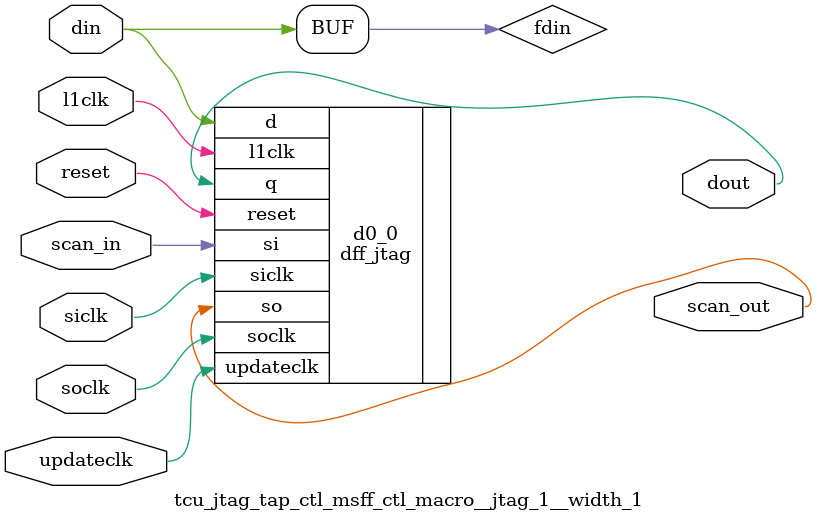
<source format=v>
`define TAP_RESET       4'hF 
`define TAP_CAP_IR      4'hE
`define TAP_UPDATE_IR   4'hD
`define TAP_RTI         4'hC
`define TAP_PAUSE_IR    4'hB
`define TAP_SHIFT_IR    4'hA
`define TAP_EXIT1_IR    4'h9
`define TAP_EXIT2_IR    4'h8
`define TAP_SEL_DR      4'h7
`define TAP_CAP_DR      4'h6
`define TAP_UPDATE_DR   4'h5
`define TAP_SEL_IR      4'h4
`define TAP_PAUSE_DR    4'h3
`define TAP_SHIFT_DR    4'h2
`define TAP_EXIT1_DR    4'h1
`define TAP_EXIT2_DR    4'h0

`define PART_ID        16'h2aaa
`define MANUF_ID       11'h3e

//*****************************
// JTAG Instruction Opcodes
//*****************************

`define TAP_EXTEST            8'h00
`define TAP_BYPASS            8'hff
`define TAP_IDCODE            8'h01
`define TAP_SAMPLE_PRELOAD    8'h02
`define TAP_HIGHZ             8'h03
`define TAP_CLAMP             8'h04
`define TAP_EXTEST_PULSE      8'h05
`define TAP_EXTEST_TRAIN      8'h06

`define TAP_CREG_ADDR         8'h08
`define TAP_CREG_WDATA        8'h09
`define TAP_CREG_RDATA        8'h0a
`define TAP_CREG_SCRATCH      8'h0b
`define TAP_NCU_WR            8'h0c
`define TAP_NCU_RD            8'h0d
`define TAP_NCU_WADDR         8'h0e
`define TAP_NCU_WDATA         8'h0f
`define TAP_NCU_RADDR         8'h10

`define TAP_SERSCAN           8'h80
`define TAP_CHAINSEL          8'h81
`define TAP_MT_ACCESS         8'h82
`define TAP_MT_CLEAR          8'h83
`define TAP_MT_SCAN           8'h84

`define TAP_TP_ACCESS         8'h88
`define TAP_TP_CLEAR          8'h89

`define TAP_FUSE_READ         8'h28
`define TAP_FUSE_BYPASS_DATA  8'h29
`define TAP_FUSE_BYPASS       8'h2a
`define TAP_FUSE_ROW_ADDR     8'h2b
`define TAP_FUSE_COL_ADDR     8'h2c
`define TAP_FUSE_READ_MODE    8'h2d
`define TAP_FUSE_DEST_SAMPLE  8'h2e
`define TAP_FUSE_RVCLR        8'h2f

`define TAP_MBIST_CLKSTPEN    8'h13
`define TAP_MBIST_BYPASS      8'h14
`define TAP_MBIST_MODE        8'h15
`define TAP_MBIST_START       8'h16
`define TAP_MBIST_RESULT      8'h18
`define TAP_MBIST_DIAG        8'h19
`define TAP_MBIST_GETDONE     8'h1a
`define TAP_MBIST_GETFAIL     8'h1b
`define TAP_DMO_ACCESS        8'h1c
`define TAP_DMO_CLEAR         8'h1d
`define TAP_DMO_CONFIG        8'h1e
`define TAP_MBIST_ABORT       8'h1f

`define TAP_SPC_SHSCAN        5'b00110
`define TAP_SPCTHR0_SHSCAN    8'h30
`define TAP_SPCTHR1_SHSCAN    8'h31
`define TAP_SPCTHR2_SHSCAN    8'h32
`define TAP_SPCTHR3_SHSCAN    8'h33
`define TAP_SPCTHR4_SHSCAN    8'h34
`define TAP_SPCTHR5_SHSCAN    8'h35
`define TAP_SPCTHR6_SHSCAN    8'h36
`define TAP_SPCTHR7_SHSCAN    8'h37
`define TAP_L2T_SHSCAN        8'h38

`define TAP_CLOCK_SSTOP       8'h40
`define TAP_CLOCK_HSTOP       8'h41
`define TAP_CLOCK_START       8'h42
`define TAP_CLOCK_DOMAIN      8'h43
`define TAP_CLOCK_STATUS      8'h44
`define TAP_CLKSTP_DELAY      8'h45
`define TAP_CORE_SELECT       8'h46

`define TAP_DE_COUNT          8'h48
`define TAP_CYCLE_COUNT       8'h49
`define TAP_TCU_DCR           8'h4A
`define TAP_CORE_RUN_STATUS   8'h4C
`define TAP_DOSS_ENABLE       8'h4D
`define TAP_DOSS_MODE         8'h4E
`define TAP_SS_REQUEST        8'h4F

`define TAP_DOSS_STATUS       8'h50
`define TAP_CS_MODE           8'h51
`define TAP_CS_STATUS         8'h52

`define TAP_L2_ADDR           8'h58
`define TAP_L2_WRDATA         8'h59
`define TAP_L2_WR             8'h5A
`define TAP_L2_RD             8'h5B

`define TAP_LBIST_START       8'h60
`define TAP_LBIST_BYPASS      8'h61
`define TAP_LBIST_MODE        8'h62
`define TAP_LBIST_ACCESS      8'h63
`define TAP_LBIST_GETDONE     8'h64
`define TAP_LBIST_ABORT       8'h65

`define TAP_STCI_ACCESS       8'h90
`define TAP_STCI_CLEAR        8'h91

`define TAP_JTPOR_ACCESS      8'hA0
`define TAP_JTPOR_CLEAR       8'hA1
`define TAP_JTPOR_STATUS      8'hA2
`define TAP_SCKBYP_ACCESS     8'hA3
`define TAP_SCKBYP_CLEAR      8'hA4




module tcu_jtag_tap_ctl (
  io_tdi, 
  io_tms, 
  io_tck, 
  io_trst_l, 
  jtag_dr_tdo, 
  ext_dr_tdo, 
  bypass_sel, 
  ext_jtag_instr, 
  tap_tdo, 
  tap_tdo_en, 
  tap_state, 
  instr, 
  next_instr, 
  capture_dr_state, 
  shift_dr_state, 
  update_dr_state, 
  update_ireg, 
  tlr_state, 
  tap_scan_in, 
  siclk, 
  soclk, 
  tcu_jtag_se, 
  tap_scan_out);
wire tck_l;
wire l1en;
wire pce_ov;
wire stop;
wire se;
wire l1tck;
wire tap_state_reg_scanin;
wire tap_state_reg_scanout;
wire [3:0] tap_next_state_l;
wire [3:0] tap_state_l;
wire [3:0] tap_next_state;
wire capture_ir_state;
wire shift_ir_state;
wire update_ir_state;
wire shift_exit1_dr_state;
wire [7:0] tap_instr_reg_scanin;
wire [7:0] tap_instr_reg_scanout;
wire [0:0] next_instr_l;
wire [0:0] instr_l;
wire [7:0] instr_q;
wire tap_instr_reg_scanout_l;
wire ireg_tdo;
wire bypass_reg_scanin;
wire bypass_reg_scanout;
wire next_tdi_bypass;
wire bypass_tdo;
wire next_tdo;
wire bypass_ll_reg_scanin;
wire bypass_ll_reg_scanout_unused;
wire int_dr_tdo;
wire tdo_enable_reg_scanin;
wire tdo_enable_reg_scanout_unused;
wire next_tdo_en;
wire tdo_en;
wire tlr_state_reg_scanin;
wire tlr_state_reg_scanout;
wire tap_next_tlr_l;
wire tlr_out_l;

   //inputs
   input       io_tdi;
   input       io_tms;
   input       io_tck;
   input       io_trst_l;
   input       jtag_dr_tdo; // scan-outs from jtag internal data regs
   input       ext_dr_tdo;  // scan-outs from data regs external to jtag
   input       bypass_sel;  // indicates an instr. will use the bypass reg.
   input       ext_jtag_instr;
   //outputs
   output      tap_tdo;
   output      tap_tdo_en;
   output [3:0] tap_state;   // output [15:0] jtag_sm_state;
   output [7:0] instr;
   output [7:0] next_instr;
   output 	capture_dr_state;
   output 	shift_dr_state;
   output 	update_dr_state;
   output 	update_ireg;
   output       tlr_state;

   //scan
   input 	tap_scan_in;
   input 	siclk; 
   input 	soclk;
   input 	tcu_jtag_se;
   output 	tap_scan_out;

   //assign 	 tck   =  io_tck; 
   assign 	 tck_l = ~io_tck;

      // Scan reassigns
   assign 	 l1en   = 1'b1; // this is "ce" or "pce"   
   assign        pce_ov = 1'b1;
   assign        stop   = 1'b0;
   assign 	 se     = tcu_jtag_se;
   
   tcu_jtag_tap_ctl_l1clkhdr_ctl_macro tap_clkgen 
     (
      .l2clk  (io_tck),
      .l1clk  (l1tck  ),
  .l1en(l1en),
  .pce_ov(pce_ov),
  .stop(stop),
  .se(se)
      );

   ////////////////////////////////////////////////////////////////////////
   // TAP State Machine
   ////////////////////////////////////////////////////////////////////////
   
   //register bank to store TAP state; these will change to reset flops when available
   tcu_jtag_tap_ctl_msff_ctl_macro__jtag_1__width_4 tap_state_reg  
   (
    .scan_in  (tap_state_reg_scanin),
    .scan_out (tap_state_reg_scanout),
    .l1clk    (l1tck),			       
    .updateclk (l1tck),
    .reset    (~io_trst_l),
    .din      (tap_next_state_l[3:0]), 
    .dout     (tap_state_l[3:0]),
  .siclk(siclk),
  .soclk(soclk)       
   );
   //inverting because of reset value, to allow flush of zeros
   assign      tap_next_state_l[3:0] = ~tap_next_state[3:0];
   assign      tap_state        = ~tap_state_l;
   

   //tap states (tap_state[3:0]) mapped to common industry usage
   // - see jtag.h include file   
   reg [3:0] 	 next_state;
   always @ (tap_state or io_tms) begin
      case (tap_state)
      	`TAP_RESET: begin
           if (io_tms) next_state[3:0] = `TAP_RESET;
           else        next_state[3:0] = `TAP_RTI;
      	end
      	`TAP_RTI: begin
           if (io_tms) next_state[3:0] = `TAP_SEL_DR;
           else        next_state[3:0] = `TAP_RTI;
      	end
      	`TAP_SEL_DR: begin
           if (io_tms) next_state[3:0] = `TAP_SEL_IR;
           else        next_state[3:0] = `TAP_CAP_DR;
      	end
      	`TAP_CAP_DR: begin
           if (io_tms) next_state[3:0] = `TAP_EXIT1_DR;
           else        next_state[3:0] = `TAP_SHIFT_DR;
      	end
      	`TAP_SHIFT_DR: begin
           if (io_tms) next_state[3:0] = `TAP_EXIT1_DR;
           else        next_state[3:0] = `TAP_SHIFT_DR;
      	end
      	`TAP_EXIT1_DR: begin
           if (io_tms) next_state[3:0] = `TAP_UPDATE_DR;
           else        next_state[3:0] = `TAP_PAUSE_DR;
      	end
      	`TAP_PAUSE_DR: begin
           if (io_tms) next_state[3:0] = `TAP_EXIT2_DR;
           else        next_state[3:0] = `TAP_PAUSE_DR;
      	end
      	`TAP_EXIT2_DR: begin
           if (io_tms) next_state[3:0] = `TAP_UPDATE_DR;
           else        next_state[3:0] = `TAP_SHIFT_DR;
      	end
      	`TAP_UPDATE_DR: begin
           if (io_tms) next_state[3:0] = `TAP_SEL_DR;
           else        next_state[3:0] = `TAP_RTI;
      	end
      	`TAP_SEL_IR: begin
           if (io_tms) next_state[3:0] = `TAP_RESET;
           else        next_state[3:0] = `TAP_CAP_IR;
      	end
      	`TAP_CAP_IR: begin
           if (io_tms) next_state[3:0] = `TAP_EXIT1_IR;
           else        next_state[3:0] = `TAP_SHIFT_IR;
      	end
      	`TAP_SHIFT_IR:  begin
           if (io_tms) next_state[3:0] = `TAP_EXIT1_IR;
           else        next_state[3:0] = `TAP_SHIFT_IR;
      	end
      	`TAP_EXIT1_IR:  begin
           if (io_tms) next_state[3:0] = `TAP_UPDATE_IR;
           else        next_state[3:0] = `TAP_PAUSE_IR;
      	end
      	`TAP_PAUSE_IR:  begin
           if (io_tms) next_state[3:0] = `TAP_EXIT2_IR;
           else        next_state[3:0] = `TAP_PAUSE_IR;
      	end
      	`TAP_EXIT2_IR:  begin
           if (io_tms) next_state[3:0] = `TAP_UPDATE_IR;
           else        next_state[3:0] = `TAP_SHIFT_IR;
      	end
      	`TAP_UPDATE_IR: begin
           if (io_tms) next_state[3:0] = `TAP_SEL_DR;
           else        next_state[3:0] = `TAP_RTI;
      	end
      	default: next_state[3:0] = 4'b1111;
      endcase
   end 

   // implement asynchronous reset 
   // --do this until we get reset flops in library
   assign 	 tap_next_state = io_trst_l ? next_state[3:0] : 4'hF;

   ////////////////////////////////////////////////////////////////////////
   // Signals to indicate specific tap states
   ////////////////////////////////////////////////////////////////////////
   assign 	 capture_dr_state     = (tap_state[3:0] == `TAP_CAP_DR);
   assign 	 shift_dr_state       = (tap_state[3:0] == `TAP_SHIFT_DR);
   //assign 	 pause_dr_state       = (tap_state[3:0] == `TAP_PAUSE_DR);
   assign 	 update_dr_state      = (tap_state[3:0] == `TAP_UPDATE_DR);
   assign 	 capture_ir_state     = (tap_state[3:0] == `TAP_CAP_IR);
   assign 	 shift_ir_state       = (tap_state[3:0] == `TAP_SHIFT_IR);
   assign 	 update_ir_state      = (tap_state[3:0] == `TAP_UPDATE_IR);
   assign 	 shift_exit1_dr_state = (tap_state[3:0] == `TAP_SHIFT_DR) | 
   				  (tap_state[3:0] == `TAP_EXIT1_DR);
   //assign 	 shift_exit2_dr_state = (tap_state[3:0] == `TAP_SHIFT_DR) | 
   //				  (tap_state[3:0] == `TAP_EXIT2_DR);
   //assign 	 cap_shift_dr_state   = (tap_state[3:0] == `TAP_CAP_DR) | 
   //					    (tap_state[3:0] == `TAP_SHIFT_DR);
   //assign 	 tlr_state            = 1'b1; //(tap_state[3:0] == `TAP_RESET); // TLR ECO
   
   //// ClockDR signal to boundary scan logic - this will change when bscan
   ////  clocking is finalized?
   //msff_ctl_macro clock_dr_reg (width=1) 
   //(
   // .scan_in  (clock_dr_reg_scanin),
   // .scan_out (clock_dr_reg_scanout),
   // .l1clk    (tck_l),			       
   // .din      (cap_shift_dr_state), 
   // .dout     (pre_clock_dr)       
   //);
   //
   //assign 	 clock_dr = pre_clock_dr & tck;
   
   ////////////////////////////////////////////////////////////////////////
   // Instruction Register
   ////////////////////////////////////////////////////////////////////////
/*
   // this is the instruction SHIFT register; separate lsb out of grouping
   //  when trst_l used?
   msff_ctl_macro tap_instr_shift_reg (width=8) 
   (
    .scan_in  (tap_instr_shift_reg_scanin),
    .scan_out (tap_instr_shift_reg_scanout),
    .l1clk    (l1tck),			       
    .din      ({next_new_instr[7:1],next_new_instr_l[0]}), 
    .dout     ({new_instr[7:1],     new_instr_l[0]})       
   );

   // Invert these so during capture_ir state, 1 is effectively put in lsb
   //  - this also allows flush of 0's to put IDCODE into shift IReg 
   assign 	 new_instr[0]        = ~new_instr_l[0];
   assign 	 next_new_instr_l[0] = ~next_new_instr[0];

   // this perfoms shift of IReg, and gets IDCODE during capIR 
   assign 	 next_new_instr[7:0] = shift_ir_state ? {io_tdi, new_instr[7:1]} 
		                       : capture_ir_state ? 8'b00000001 : new_instr[7:0];
   // this is TDO output of shift IReg
   assign 	 ireg_tdo = new_instr[0];

   // this is the instruction UPDATE register - gets tck_l
   // - it needs to load IDCODE instr. during TLR state, and asynchronously during trst_l
   msff_ctl_macro tap_instr_upd_reg (width=8) 
   (
    .scan_in  (tap_instr_upd_reg_scanin),
    .scan_out (tap_instr_upd_reg_scanout_unused),
    .l1clk    (tck_l),			       
    .din      ({next_instr[7:1],next_instr_l[0]}), 
    .dout     ({instr[7:1],instr_l[0]})       
   );
   
   // Invert these so during test-logic-reset state, 1 is effectively put in lsb
   //  - this also allows flush of 0's to put IDCODE into update IReg 
   assign 	 instr[0]        = ~instr_l[0];
   assign 	 next_instr_l[0] = ~next_instr[0];

   // this puts IDCODE in during TLR state, and new instr. during update_IR
   assign 	 next_instr[7:0] = update_ir_state ? new_instr[7:0] 
		                   : tlr_state ? 8'b00000001 : instr[7:0];
*/

   tcu_jtag_tap_ctl_msff_ctl_macro__fs_1__jtag_1__width_8 tap_instr_reg  
   (
    .scan_in  (tap_instr_reg_scanin[7:0]),
    .scan_out (tap_instr_reg_scanout[7:0]),
    .l1clk    (l1tck),
    .updateclk (update_ireg),
    .reset    (~io_trst_l),
    .din      ({next_instr[7:1],next_instr_l[0]}), 
    .dout     ({instr[7:1],instr_l[0]}),
  .siclk(siclk),
  .soclk(soclk)       
   );
   assign 	 instr[0]        = ~instr_l[0];
   assign 	 next_instr_l[0] = ~next_instr[0];

   assign        instr_q[7:0]  = {tap_instr_reg_scanout[7], tap_instr_reg_scanout[6],
                                  tap_instr_reg_scanout[5], tap_instr_reg_scanout[4],
                                  tap_instr_reg_scanout[3], tap_instr_reg_scanout[2],
                                  tap_instr_reg_scanout[1], tap_instr_reg_scanout_l};
   assign        tap_instr_reg_scanout_l = ~tap_instr_reg_scanout[0];

   assign 	 next_instr[7:0] = shift_ir_state   ? {io_tdi, instr_q[7:1]} 
		                 : capture_ir_state ? 8'b00000001 
		                 : tlr_state ? 8'b00000001 : instr_q[7:0];
   // TLR ECO
// assign        update_ireg     = ~l1tck & (update_ir_state | tlr_state) &  io_trst_l;
   assign        update_ireg     = ~l1tck & (tap_state[3] & tap_state[2] & tap_state[0]) &  io_trst_l;
   //assign        update_ireg     = ~l1tck & (update_ir_state | 1'b0     ) &  io_trst_l;

   // this is TDO output of IReg
 //assign 	 ireg_tdo = instr[0];
   assign 	 ireg_tdo =  tap_instr_reg_scanout_l;


   ////////////////////////////////////////////////////////////////////////
   // Bypass Register
   ////////////////////////////////////////////////////////////////////////

   // bypass register
   // - needs to load 0 at tck rising in capDR when bypass selected
   // - does not need trst_l
   tcu_jtag_tap_ctl_msff_ctl_macro__width_1 bypass_reg  
   (
    .scan_in  (bypass_reg_scanin),
    .scan_out (bypass_reg_scanout),
    .l1clk    (l1tck),			       
    .din      (next_tdi_bypass), 
    .dout     (bypass_tdo),
  .siclk(siclk),
  .soclk(soclk)       
   );
   // shift for bypass register
   assign 	 next_tdi_bypass = (bypass_sel & shift_dr_state) ? io_tdi 
		                   : (bypass_sel & capture_dr_state) ? 1'b0 : bypass_tdo;
   // muxing for ireg, bypass reg, or other jtag internal data registers through tdo path
   assign 	 next_tdo = shift_ir_state ? ireg_tdo 
	                    : bypass_sel ? bypass_tdo : jtag_dr_tdo;
   
   // lockup latch for bypass register
   // - does not need trst_l, but can use it
   // - this is not needed since we use non-overlapping a/b clocks
   tcu_jtag_tap_ctl_msff_ctl_macro__width_1 bypass_ll_reg 
   (
    .scan_in  (bypass_ll_reg_scanin),
    .scan_out (bypass_ll_reg_scanout_unused),
    .l1clk    (tck_l),			       
    .din      (next_tdo), 
    .dout     (int_dr_tdo),
  .siclk(siclk),
  .soclk(soclk)       
   );
   assign 	 tap_tdo = (ext_jtag_instr & shift_exit1_dr_state) ? ext_dr_tdo : int_dr_tdo;
   
   //assign 	 tap_tdo = next_tdo;
   
   // lockup latch for tdo enable signal to I/O frame
   // - does not need trst_l, but can use it
   tcu_jtag_tap_ctl_msff_ctl_macro__jtag_1__width_1 tdo_enable_reg 
   (
    .scan_in  (tdo_enable_reg_scanin),
    .scan_out (tdo_enable_reg_scanout_unused),
    .l1clk    (tck_l),			       
    .updateclk (tck_l),
    .reset    (~io_trst_l),
    .din      (next_tdo_en), 
    .dout     (tdo_en),
  .siclk(siclk),
  .soclk(soclk)       
   );
   // TLR ECO
   //assign 	 next_tdo_en = tlr_state ? 1'b0 : (shift_dr_state | shift_ir_state);
   assign        next_tdo_en = shift_dr_state | shift_ir_state;
   assign 	 tap_tdo_en = tdo_en & ~tlr_state;

   ////////////////////////////////////////////////////////////////////////
   // Extra State-Machine Flop for TEST_LOGIC_RESET State
   // TLR ECO
   ////////////////////////////////////////////////////////////////////////
   
   //This flop serves as a single-bit source for the tlr_state signal
   tcu_jtag_tap_ctl_msff_ctl_macro__jtag_1__width_1 tlr_state_reg  
   (
    .scan_in  (tlr_state_reg_scanin),
    .scan_out (tlr_state_reg_scanout),
    .l1clk    (l1tck),
    .updateclk (l1tck),
    .reset    (~io_trst_l),
    .din      (tap_next_tlr_l), 
    .dout     (tlr_out_l),
  .siclk(siclk),
  .soclk(soclk) 
   );
   //inverting because of reset value, to allow flush of zeros
   assign      tap_next_tlr_l =   tap_next_state_l[3] | tap_next_state_l[2]
                                | tap_next_state_l[1] | tap_next_state_l[0];
   assign      tlr_state      = ~tlr_out_l;
	       
   // fixscan start
   assign 	 tlr_state_reg_scanin          = tap_scan_in  ;
   assign 	 tap_state_reg_scanin        = tlr_state_reg_scanout  ;
   //assign 	 tap_state_reg_scanin        = tap_scan_in  ;
   assign 	 tap_instr_reg_scanin[7]     = tap_state_reg_scanout;
   assign 	 tap_instr_reg_scanin[6]     = tap_instr_reg_scanout[7];
   assign 	 tap_instr_reg_scanin[5]     = tap_instr_reg_scanout[6];
   assign 	 tap_instr_reg_scanin[4]     = tap_instr_reg_scanout[5];
   assign 	 tap_instr_reg_scanin[3]     = tap_instr_reg_scanout[4];
   assign 	 tap_instr_reg_scanin[2]     = tap_instr_reg_scanout[3];
   assign 	 tap_instr_reg_scanin[1]     = tap_instr_reg_scanout[2];
   assign 	 tap_instr_reg_scanin[0]     = tap_instr_reg_scanout[1];
   assign 	 bypass_reg_scanin           = tap_instr_reg_scanout[0];
   assign 	 bypass_ll_reg_scanin        = 1'b0; //bypass_reg_scanout;
   assign 	 tdo_enable_reg_scanin       = 1'b0; //bypass_ll_reg_scanout;
   assign 	 tap_scan_out                = bypass_reg_scanout; 
   // fixscan end
   
endmodule






// any PARAMS parms go into naming of macro

module tcu_jtag_tap_ctl_l1clkhdr_ctl_macro (
  l2clk, 
  l1en, 
  pce_ov, 
  stop, 
  se, 
  l1clk);


  input l2clk;
  input l1en;
  input pce_ov;
  input stop;
  input se;
  output l1clk;



 

cl_sc1_l1hdr_8x c_0 (


   .l2clk(l2clk),
   .pce(l1en),
   .l1clk(l1clk),
  .se(se),
  .pce_ov(pce_ov),
  .stop(stop)
);



endmodule













// any PARAMS parms go into naming of macro

module tcu_jtag_tap_ctl_msff_ctl_macro__jtag_1__width_4 (
  din, 
  reset, 
  updateclk, 
  l1clk, 
  scan_in, 
  siclk, 
  soclk, 
  dout, 
  scan_out);
wire [3:0] fdin;
wire [2:0] so;

  input [3:0] din;
  input reset;
  input updateclk;
  input l1clk;
  input scan_in;


  input siclk;
  input soclk;

  output [3:0] dout;
  output scan_out;
assign fdin[3:0] = din[3:0];






dff_jtag #(4)  d0_0 (
.l1clk(l1clk),
.siclk(siclk),
.soclk(soclk),
.d(fdin[3:0]),
.si({scan_in,so[2:0]}),
.so({so[2:0],scan_out}),
.q(dout[3:0]),
  .reset(reset),
  .updateclk(updateclk)
);












endmodule













// any PARAMS parms go into naming of macro

module tcu_jtag_tap_ctl_msff_ctl_macro__fs_1__jtag_1__width_8 (
  din, 
  reset, 
  updateclk, 
  l1clk, 
  scan_in, 
  siclk, 
  soclk, 
  dout, 
  scan_out);
wire [7:0] fdin;

  input [7:0] din;
  input reset;
  input updateclk;
  input l1clk;
  input [7:0] scan_in;


  input siclk;
  input soclk;

  output [7:0] dout;
  output [7:0] scan_out;
assign fdin[7:0] = din[7:0];






dff_jtag #(8)  d0_0 (
.l1clk(l1clk),
.siclk(siclk),
.soclk(soclk),
.d(fdin[7:0]),
.si(scan_in[7:0]),
.so(scan_out[7:0]),
.q(dout[7:0]),
  .reset(reset),
  .updateclk(updateclk)
);












endmodule













// any PARAMS parms go into naming of macro

module tcu_jtag_tap_ctl_msff_ctl_macro__width_1 (
  din, 
  l1clk, 
  scan_in, 
  siclk, 
  soclk, 
  dout, 
  scan_out);
wire [0:0] fdin;

  input [0:0] din;
  input l1clk;
  input scan_in;


  input siclk;
  input soclk;

  output [0:0] dout;
  output scan_out;
assign fdin[0:0] = din[0:0];






dff #(1)  d0_0 (
.l1clk(l1clk),
.siclk(siclk),
.soclk(soclk),
.d(fdin[0:0]),
.si(scan_in),
.so(scan_out),
.q(dout[0:0])
);












endmodule













// any PARAMS parms go into naming of macro

module tcu_jtag_tap_ctl_msff_ctl_macro__jtag_1__width_1 (
  din, 
  reset, 
  updateclk, 
  l1clk, 
  scan_in, 
  siclk, 
  soclk, 
  dout, 
  scan_out);
wire [0:0] fdin;

  input [0:0] din;
  input reset;
  input updateclk;
  input l1clk;
  input scan_in;


  input siclk;
  input soclk;

  output [0:0] dout;
  output scan_out;
assign fdin[0:0] = din[0:0];






dff_jtag #(1)  d0_0 (
.l1clk(l1clk),
.siclk(siclk),
.soclk(soclk),
.d(fdin[0:0]),
.si(scan_in),
.so(scan_out),
.q(dout[0:0]),
  .reset(reset),
  .updateclk(updateclk)
);












endmodule









</source>
